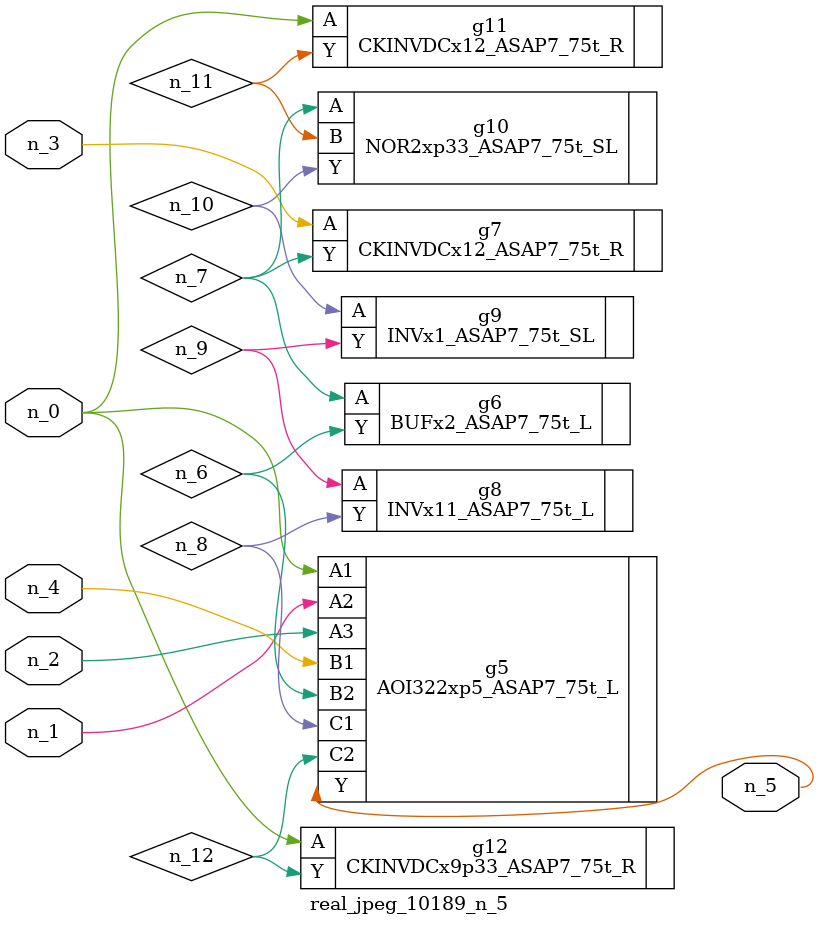
<source format=v>
module real_jpeg_10189_n_5 (n_4, n_0, n_1, n_2, n_3, n_5);

input n_4;
input n_0;
input n_1;
input n_2;
input n_3;

output n_5;

wire n_12;
wire n_8;
wire n_11;
wire n_6;
wire n_7;
wire n_10;
wire n_9;

AOI322xp5_ASAP7_75t_L g5 ( 
.A1(n_0),
.A2(n_1),
.A3(n_2),
.B1(n_4),
.B2(n_6),
.C1(n_8),
.C2(n_12),
.Y(n_5)
);

CKINVDCx12_ASAP7_75t_R g11 ( 
.A(n_0),
.Y(n_11)
);

CKINVDCx9p33_ASAP7_75t_R g12 ( 
.A(n_0),
.Y(n_12)
);

CKINVDCx12_ASAP7_75t_R g7 ( 
.A(n_3),
.Y(n_7)
);

BUFx2_ASAP7_75t_L g6 ( 
.A(n_7),
.Y(n_6)
);

NOR2xp33_ASAP7_75t_SL g10 ( 
.A(n_7),
.B(n_11),
.Y(n_10)
);

INVx11_ASAP7_75t_L g8 ( 
.A(n_9),
.Y(n_8)
);

INVx1_ASAP7_75t_SL g9 ( 
.A(n_10),
.Y(n_9)
);


endmodule
</source>
